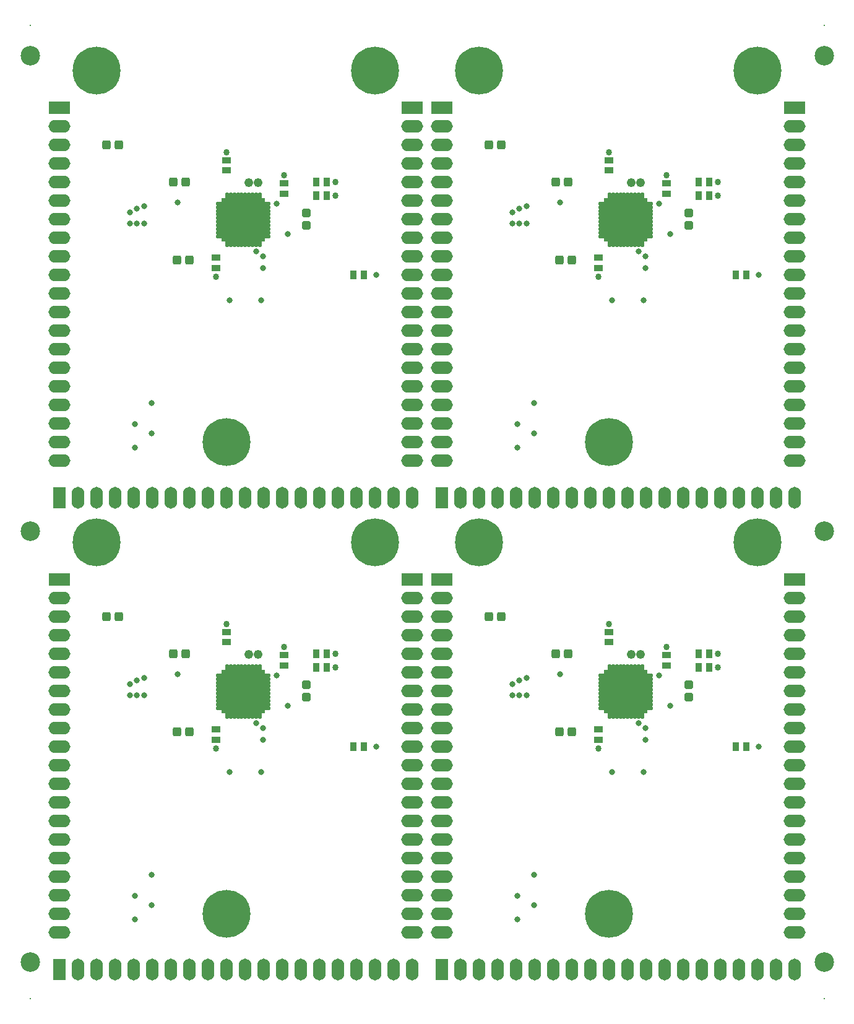
<source format=gts>
G04 Layer_Color=8388736*
%FSLAX25Y25*%
%MOIN*%
G70*
G01*
G75*
%ADD38R,0.23622X0.23622*%
%ADD39C,0.10512*%
%ADD40O,0.05531X0.02184*%
%ADD41O,0.02184X0.05531*%
%ADD42R,0.19389X0.19389*%
G04:AMPARAMS|DCode=43|XSize=47.37mil|YSize=43.43mil|CornerRadius=8.43mil|HoleSize=0mil|Usage=FLASHONLY|Rotation=180.000|XOffset=0mil|YOffset=0mil|HoleType=Round|Shape=RoundedRectangle|*
%AMROUNDEDRECTD43*
21,1,0.04737,0.02657,0,0,180.0*
21,1,0.03051,0.04343,0,0,180.0*
1,1,0.01686,-0.01526,0.01329*
1,1,0.01686,0.01526,0.01329*
1,1,0.01686,0.01526,-0.01329*
1,1,0.01686,-0.01526,-0.01329*
%
%ADD43ROUNDEDRECTD43*%
%ADD44R,0.03753X0.04540*%
%ADD45R,0.04540X0.03753*%
G04:AMPARAMS|DCode=46|XSize=47.37mil|YSize=43.43mil|CornerRadius=8.43mil|HoleSize=0mil|Usage=FLASHONLY|Rotation=270.000|XOffset=0mil|YOffset=0mil|HoleType=Round|Shape=RoundedRectangle|*
%AMROUNDEDRECTD46*
21,1,0.04737,0.02657,0,0,270.0*
21,1,0.03051,0.04343,0,0,270.0*
1,1,0.01686,-0.01329,-0.01526*
1,1,0.01686,-0.01329,0.01526*
1,1,0.01686,0.01329,0.01526*
1,1,0.01686,0.01329,-0.01526*
%
%ADD46ROUNDEDRECTD46*%
%ADD47C,0.00800*%
%ADD48C,0.25800*%
%ADD49O,0.11800X0.06800*%
%ADD50R,0.11800X0.06800*%
%ADD51O,0.06800X0.11800*%
%ADD52R,0.06800X0.11800*%
%ADD53C,0.03602*%
%ADD54C,0.03200*%
%ADD55C,0.03400*%
%ADD56C,0.04800*%
D38*
X107047Y157508D02*
D03*
X313047D02*
D03*
X107047Y411508D02*
D03*
X313047D02*
D03*
D39*
X-7874Y11811D02*
D03*
X419874D02*
D03*
Y244094D02*
D03*
X-7874D02*
D03*
X419874Y500000D02*
D03*
X-7874D02*
D03*
D40*
X95039Y166366D02*
D03*
Y164398D02*
D03*
Y162429D02*
D03*
Y160461D02*
D03*
Y158492D02*
D03*
Y156524D02*
D03*
Y154555D02*
D03*
Y152587D02*
D03*
Y150618D02*
D03*
Y148650D02*
D03*
X119055D02*
D03*
Y150618D02*
D03*
Y152587D02*
D03*
Y154555D02*
D03*
Y156524D02*
D03*
Y158492D02*
D03*
Y160461D02*
D03*
Y162429D02*
D03*
Y164398D02*
D03*
Y166366D02*
D03*
X301039D02*
D03*
Y164398D02*
D03*
Y162429D02*
D03*
Y160461D02*
D03*
Y158492D02*
D03*
Y156524D02*
D03*
Y154555D02*
D03*
Y152587D02*
D03*
Y150618D02*
D03*
Y148650D02*
D03*
X325055D02*
D03*
Y150618D02*
D03*
Y152587D02*
D03*
Y154555D02*
D03*
Y156524D02*
D03*
Y158492D02*
D03*
Y160461D02*
D03*
Y162429D02*
D03*
Y164398D02*
D03*
Y166366D02*
D03*
X95039Y420366D02*
D03*
Y418398D02*
D03*
Y416429D02*
D03*
Y414461D02*
D03*
Y412492D02*
D03*
Y410524D02*
D03*
Y408555D02*
D03*
Y406587D02*
D03*
Y404618D02*
D03*
Y402650D02*
D03*
X119055D02*
D03*
Y404618D02*
D03*
Y406587D02*
D03*
Y408555D02*
D03*
Y410524D02*
D03*
Y412492D02*
D03*
Y414461D02*
D03*
Y416429D02*
D03*
Y418398D02*
D03*
Y420366D02*
D03*
X301039D02*
D03*
Y418398D02*
D03*
Y416429D02*
D03*
Y414461D02*
D03*
Y412492D02*
D03*
Y410524D02*
D03*
Y408555D02*
D03*
Y406587D02*
D03*
Y404618D02*
D03*
Y402650D02*
D03*
X325055D02*
D03*
Y404618D02*
D03*
Y406587D02*
D03*
Y408555D02*
D03*
Y410524D02*
D03*
Y412492D02*
D03*
Y414461D02*
D03*
Y416429D02*
D03*
Y418398D02*
D03*
Y420366D02*
D03*
D41*
X98189Y145500D02*
D03*
X100157D02*
D03*
X102126D02*
D03*
X104095D02*
D03*
X106063D02*
D03*
X108031D02*
D03*
X110000D02*
D03*
X111969D02*
D03*
X113937D02*
D03*
X115905D02*
D03*
Y169516D02*
D03*
X113937D02*
D03*
X111969D02*
D03*
X110000D02*
D03*
X108031D02*
D03*
X106063D02*
D03*
X104095D02*
D03*
X102126D02*
D03*
X100157D02*
D03*
X98189D02*
D03*
X304189Y145500D02*
D03*
X306157D02*
D03*
X308126D02*
D03*
X310094D02*
D03*
X312063D02*
D03*
X314032D02*
D03*
X316000D02*
D03*
X317969D02*
D03*
X319937D02*
D03*
X321905D02*
D03*
Y169516D02*
D03*
X319937D02*
D03*
X317969D02*
D03*
X316000D02*
D03*
X314032D02*
D03*
X312063D02*
D03*
X310094D02*
D03*
X308126D02*
D03*
X306157D02*
D03*
X304189D02*
D03*
X98189Y399500D02*
D03*
X100157D02*
D03*
X102126D02*
D03*
X104095D02*
D03*
X106063D02*
D03*
X108031D02*
D03*
X110000D02*
D03*
X111969D02*
D03*
X113937D02*
D03*
X115905D02*
D03*
Y423516D02*
D03*
X113937D02*
D03*
X111969D02*
D03*
X110000D02*
D03*
X108031D02*
D03*
X106063D02*
D03*
X104095D02*
D03*
X102126D02*
D03*
X100157D02*
D03*
X98189D02*
D03*
X304189Y399500D02*
D03*
X306157D02*
D03*
X308126D02*
D03*
X310094D02*
D03*
X312063D02*
D03*
X314032D02*
D03*
X316000D02*
D03*
X317969D02*
D03*
X319937D02*
D03*
X321905D02*
D03*
Y423516D02*
D03*
X319937D02*
D03*
X317969D02*
D03*
X316000D02*
D03*
X314032D02*
D03*
X312063D02*
D03*
X310094D02*
D03*
X308126D02*
D03*
X306157D02*
D03*
X304189D02*
D03*
D42*
X107047Y157508D02*
D03*
X313047D02*
D03*
X107047Y411508D02*
D03*
X313047D02*
D03*
D43*
X141000Y154654D02*
D03*
Y161346D02*
D03*
X347000Y154654D02*
D03*
Y161346D02*
D03*
X141000Y408653D02*
D03*
Y415346D02*
D03*
X347000Y408653D02*
D03*
Y415346D02*
D03*
D44*
X166244Y128000D02*
D03*
X171756D02*
D03*
X146244Y178000D02*
D03*
X151756D02*
D03*
X146244Y170500D02*
D03*
X151756D02*
D03*
X372244Y128000D02*
D03*
X377756D02*
D03*
X352244Y178000D02*
D03*
X357756D02*
D03*
X352244Y170500D02*
D03*
X357756D02*
D03*
X166244Y382000D02*
D03*
X171756D02*
D03*
X146244Y432000D02*
D03*
X151756D02*
D03*
X146244Y424500D02*
D03*
X151756D02*
D03*
X372244Y382000D02*
D03*
X377756D02*
D03*
X352244Y432000D02*
D03*
X357756D02*
D03*
X352244Y424500D02*
D03*
X357756D02*
D03*
D45*
X92228Y137102D02*
D03*
Y131591D02*
D03*
X98000Y184244D02*
D03*
Y189756D02*
D03*
X129000Y171744D02*
D03*
Y177256D02*
D03*
X298228Y137102D02*
D03*
Y131591D02*
D03*
X304000Y184244D02*
D03*
Y189756D02*
D03*
X335000Y171744D02*
D03*
Y177256D02*
D03*
X92228Y391102D02*
D03*
Y385591D02*
D03*
X98000Y438244D02*
D03*
Y443756D02*
D03*
X129000Y425744D02*
D03*
Y431256D02*
D03*
X298228Y391102D02*
D03*
Y385591D02*
D03*
X304000Y438244D02*
D03*
Y443756D02*
D03*
X335000Y425744D02*
D03*
Y431256D02*
D03*
D46*
X39846Y198000D02*
D03*
X33154D02*
D03*
X69307Y178000D02*
D03*
X76000D02*
D03*
X71153Y136000D02*
D03*
X77846D02*
D03*
X245847Y198000D02*
D03*
X239154D02*
D03*
X275307Y178000D02*
D03*
X282000D02*
D03*
X277153Y136000D02*
D03*
X283846D02*
D03*
X39846Y452000D02*
D03*
X33154D02*
D03*
X69307Y432000D02*
D03*
X76000D02*
D03*
X71153Y390000D02*
D03*
X77846D02*
D03*
X245847Y452000D02*
D03*
X239154D02*
D03*
X275307Y432000D02*
D03*
X282000D02*
D03*
X277153Y390000D02*
D03*
X283846D02*
D03*
D47*
X419874Y516374D02*
D03*
Y-7874D02*
D03*
X-7874D02*
D03*
X-7874Y516374D02*
D03*
D48*
X178000Y238000D02*
D03*
X28000D02*
D03*
X98000Y38000D02*
D03*
X384000Y238000D02*
D03*
X234000D02*
D03*
X304000Y38000D02*
D03*
X178000Y492000D02*
D03*
X28000D02*
D03*
X98000Y292000D02*
D03*
X384000Y492000D02*
D03*
X234000D02*
D03*
X304000Y292000D02*
D03*
D49*
X198000Y28000D02*
D03*
Y38000D02*
D03*
Y48000D02*
D03*
Y58000D02*
D03*
Y68000D02*
D03*
Y78000D02*
D03*
Y88000D02*
D03*
Y98000D02*
D03*
Y108000D02*
D03*
Y118000D02*
D03*
Y128000D02*
D03*
Y138000D02*
D03*
Y148000D02*
D03*
Y158000D02*
D03*
Y168000D02*
D03*
Y178000D02*
D03*
Y188000D02*
D03*
Y198000D02*
D03*
Y208000D02*
D03*
X8000Y28000D02*
D03*
Y38000D02*
D03*
Y48000D02*
D03*
Y58000D02*
D03*
Y68000D02*
D03*
Y78000D02*
D03*
Y88000D02*
D03*
Y98000D02*
D03*
Y108000D02*
D03*
Y118000D02*
D03*
Y128000D02*
D03*
Y138000D02*
D03*
Y148000D02*
D03*
Y158000D02*
D03*
Y168000D02*
D03*
Y178000D02*
D03*
Y188000D02*
D03*
Y198000D02*
D03*
Y208000D02*
D03*
X404000Y28000D02*
D03*
Y38000D02*
D03*
Y48000D02*
D03*
Y58000D02*
D03*
Y68000D02*
D03*
Y78000D02*
D03*
Y88000D02*
D03*
Y98000D02*
D03*
Y108000D02*
D03*
Y118000D02*
D03*
Y128000D02*
D03*
Y138000D02*
D03*
Y148000D02*
D03*
Y158000D02*
D03*
Y168000D02*
D03*
Y178000D02*
D03*
Y188000D02*
D03*
Y198000D02*
D03*
Y208000D02*
D03*
X214000Y28000D02*
D03*
Y38000D02*
D03*
Y48000D02*
D03*
Y58000D02*
D03*
Y68000D02*
D03*
Y78000D02*
D03*
Y88000D02*
D03*
Y98000D02*
D03*
Y108000D02*
D03*
Y118000D02*
D03*
Y128000D02*
D03*
Y138000D02*
D03*
Y148000D02*
D03*
Y158000D02*
D03*
Y168000D02*
D03*
Y178000D02*
D03*
Y188000D02*
D03*
Y198000D02*
D03*
Y208000D02*
D03*
X198000Y282000D02*
D03*
Y292000D02*
D03*
Y302000D02*
D03*
Y312000D02*
D03*
Y322000D02*
D03*
Y332000D02*
D03*
Y342000D02*
D03*
Y352000D02*
D03*
Y362000D02*
D03*
Y372000D02*
D03*
Y382000D02*
D03*
Y392000D02*
D03*
Y402000D02*
D03*
Y412000D02*
D03*
Y422000D02*
D03*
Y432000D02*
D03*
Y442000D02*
D03*
Y452000D02*
D03*
Y462000D02*
D03*
X8000Y282000D02*
D03*
Y292000D02*
D03*
Y302000D02*
D03*
Y312000D02*
D03*
Y322000D02*
D03*
Y332000D02*
D03*
Y342000D02*
D03*
Y352000D02*
D03*
Y362000D02*
D03*
Y372000D02*
D03*
Y382000D02*
D03*
Y392000D02*
D03*
Y402000D02*
D03*
Y412000D02*
D03*
Y422000D02*
D03*
Y432000D02*
D03*
Y442000D02*
D03*
Y452000D02*
D03*
Y462000D02*
D03*
X404000Y282000D02*
D03*
Y292000D02*
D03*
Y302000D02*
D03*
Y312000D02*
D03*
Y322000D02*
D03*
Y332000D02*
D03*
Y342000D02*
D03*
Y352000D02*
D03*
Y362000D02*
D03*
Y372000D02*
D03*
Y382000D02*
D03*
Y392000D02*
D03*
Y402000D02*
D03*
Y412000D02*
D03*
Y422000D02*
D03*
Y432000D02*
D03*
Y442000D02*
D03*
Y452000D02*
D03*
Y462000D02*
D03*
X214000Y282000D02*
D03*
Y292000D02*
D03*
Y302000D02*
D03*
Y312000D02*
D03*
Y322000D02*
D03*
Y332000D02*
D03*
Y342000D02*
D03*
Y352000D02*
D03*
Y362000D02*
D03*
Y372000D02*
D03*
Y382000D02*
D03*
Y392000D02*
D03*
Y402000D02*
D03*
Y412000D02*
D03*
Y422000D02*
D03*
Y432000D02*
D03*
Y442000D02*
D03*
Y452000D02*
D03*
Y462000D02*
D03*
D50*
X198000Y218000D02*
D03*
X8000D02*
D03*
X404000D02*
D03*
X214000D02*
D03*
X198000Y472000D02*
D03*
X8000D02*
D03*
X404000D02*
D03*
X214000D02*
D03*
D51*
X198000Y8000D02*
D03*
X188000D02*
D03*
X178000D02*
D03*
X168000D02*
D03*
X158000D02*
D03*
X148000D02*
D03*
X138000D02*
D03*
X128000D02*
D03*
X118000D02*
D03*
X108000D02*
D03*
X98000D02*
D03*
X88000D02*
D03*
X78000D02*
D03*
X68000D02*
D03*
X58000D02*
D03*
X48000D02*
D03*
X38000D02*
D03*
X28000D02*
D03*
X18000D02*
D03*
X404000D02*
D03*
X394000D02*
D03*
X384000D02*
D03*
X374000D02*
D03*
X364000D02*
D03*
X354000D02*
D03*
X344000D02*
D03*
X334000D02*
D03*
X324000D02*
D03*
X314000D02*
D03*
X304000D02*
D03*
X294000D02*
D03*
X284000D02*
D03*
X274000D02*
D03*
X264000D02*
D03*
X254000D02*
D03*
X244000D02*
D03*
X234000D02*
D03*
X224000D02*
D03*
X198000Y262000D02*
D03*
X188000D02*
D03*
X178000D02*
D03*
X168000D02*
D03*
X158000D02*
D03*
X148000D02*
D03*
X138000D02*
D03*
X128000D02*
D03*
X118000D02*
D03*
X108000D02*
D03*
X98000D02*
D03*
X88000D02*
D03*
X78000D02*
D03*
X68000D02*
D03*
X58000D02*
D03*
X48000D02*
D03*
X38000D02*
D03*
X28000D02*
D03*
X18000D02*
D03*
X404000D02*
D03*
X394000D02*
D03*
X384000D02*
D03*
X374000D02*
D03*
X364000D02*
D03*
X354000D02*
D03*
X344000D02*
D03*
X334000D02*
D03*
X324000D02*
D03*
X314000D02*
D03*
X304000D02*
D03*
X294000D02*
D03*
X284000D02*
D03*
X274000D02*
D03*
X264000D02*
D03*
X254000D02*
D03*
X244000D02*
D03*
X234000D02*
D03*
X224000D02*
D03*
D52*
X8000Y8000D02*
D03*
X214000D02*
D03*
X8000Y262000D02*
D03*
X214000D02*
D03*
D53*
X100551Y164004D02*
D03*
X104882D02*
D03*
X109213D02*
D03*
X113543D02*
D03*
X100551Y159673D02*
D03*
X104882D02*
D03*
X109213D02*
D03*
X113543D02*
D03*
X100551Y155342D02*
D03*
X104882D02*
D03*
X109213D02*
D03*
X113543D02*
D03*
X100551Y151012D02*
D03*
X104882D02*
D03*
X109213D02*
D03*
X113543D02*
D03*
X306551Y164004D02*
D03*
X310882D02*
D03*
X315213D02*
D03*
X319543D02*
D03*
X306551Y159673D02*
D03*
X310882D02*
D03*
X315213D02*
D03*
X319543D02*
D03*
X306551Y155342D02*
D03*
X310882D02*
D03*
X315213D02*
D03*
X319543D02*
D03*
X306551Y151012D02*
D03*
X310882D02*
D03*
X315213D02*
D03*
X319543D02*
D03*
X100551Y418004D02*
D03*
X104882D02*
D03*
X109213D02*
D03*
X113543D02*
D03*
X100551Y413673D02*
D03*
X104882D02*
D03*
X109213D02*
D03*
X113543D02*
D03*
X100551Y409342D02*
D03*
X104882D02*
D03*
X109213D02*
D03*
X113543D02*
D03*
X100551Y405012D02*
D03*
X104882D02*
D03*
X109213D02*
D03*
X113543D02*
D03*
X306551Y418004D02*
D03*
X310882D02*
D03*
X315213D02*
D03*
X319543D02*
D03*
X306551Y413673D02*
D03*
X310882D02*
D03*
X315213D02*
D03*
X319543D02*
D03*
X306551Y409342D02*
D03*
X310882D02*
D03*
X315213D02*
D03*
X319543D02*
D03*
X306551Y405012D02*
D03*
X310882D02*
D03*
X315213D02*
D03*
X319543D02*
D03*
D54*
X116700Y114200D02*
D03*
X99700Y114300D02*
D03*
X178500Y128000D02*
D03*
X71500Y167000D02*
D03*
X131000Y150000D02*
D03*
X124866Y166366D02*
D03*
X53500Y165000D02*
D03*
Y155500D02*
D03*
X57500Y42500D02*
D03*
Y59000D02*
D03*
X117500Y131500D02*
D03*
X48500Y35000D02*
D03*
Y47500D02*
D03*
X117500Y138000D02*
D03*
X49500Y163500D02*
D03*
X46000Y155500D02*
D03*
Y161500D02*
D03*
X49500Y155500D02*
D03*
X113937Y140500D02*
D03*
X322700Y114200D02*
D03*
X305700Y114300D02*
D03*
X384500Y128000D02*
D03*
X277500Y167000D02*
D03*
X337000Y150000D02*
D03*
X330866Y166366D02*
D03*
X259500Y165000D02*
D03*
Y155500D02*
D03*
X263500Y42500D02*
D03*
Y59000D02*
D03*
X323500Y131500D02*
D03*
X254500Y35000D02*
D03*
Y47500D02*
D03*
X323500Y138000D02*
D03*
X255500Y163500D02*
D03*
X252000Y155500D02*
D03*
Y161500D02*
D03*
X255500Y155500D02*
D03*
X319937Y140500D02*
D03*
X116700Y368200D02*
D03*
X99700Y368300D02*
D03*
X178500Y382000D02*
D03*
X71500Y421000D02*
D03*
X131000Y404000D02*
D03*
X124866Y420366D02*
D03*
X53500Y419000D02*
D03*
Y409500D02*
D03*
X57500Y296500D02*
D03*
Y313000D02*
D03*
X117500Y385500D02*
D03*
X48500Y289000D02*
D03*
Y301500D02*
D03*
X117500Y392000D02*
D03*
X49500Y417500D02*
D03*
X46000Y409500D02*
D03*
Y415500D02*
D03*
X49500Y409500D02*
D03*
X113937Y394500D02*
D03*
X322700Y368200D02*
D03*
X305700Y368300D02*
D03*
X384500Y382000D02*
D03*
X277500Y421000D02*
D03*
X337000Y404000D02*
D03*
X330866Y420366D02*
D03*
X259500Y419000D02*
D03*
Y409500D02*
D03*
X263500Y296500D02*
D03*
Y313000D02*
D03*
X323500Y385500D02*
D03*
X254500Y289000D02*
D03*
Y301500D02*
D03*
X323500Y392000D02*
D03*
X255500Y417500D02*
D03*
X252000Y409500D02*
D03*
Y415500D02*
D03*
X255500Y409500D02*
D03*
X319937Y394500D02*
D03*
D55*
X92228Y126847D02*
D03*
X156500Y170500D02*
D03*
Y178000D02*
D03*
X129000Y181500D02*
D03*
X98000Y194000D02*
D03*
X298228Y126847D02*
D03*
X362500Y170500D02*
D03*
Y178000D02*
D03*
X335000Y181500D02*
D03*
X304000Y194000D02*
D03*
X92228Y380847D02*
D03*
X156500Y424500D02*
D03*
Y432000D02*
D03*
X129000Y435500D02*
D03*
X98000Y448000D02*
D03*
X298228Y380847D02*
D03*
X362500Y424500D02*
D03*
Y432000D02*
D03*
X335000Y435500D02*
D03*
X304000Y448000D02*
D03*
D56*
X115000Y177500D02*
D03*
X110000D02*
D03*
X321000D02*
D03*
X316000D02*
D03*
X115000Y431500D02*
D03*
X110000D02*
D03*
X321000D02*
D03*
X316000D02*
D03*
M02*

</source>
